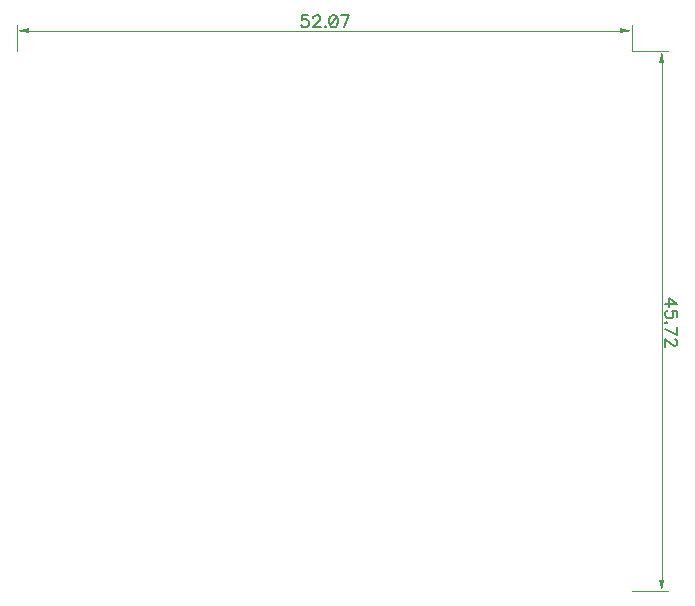
<source format=gbr>
G04 DipTrace 3.2.0.1*
G04 TopDimension.gbr*
%MOIN*%
G04 #@! TF.FileFunction,Drawing,Top*
G04 #@! TF.Part,Single*
%ADD13C,0.001378*%
%ADD101C,0.006176*%
%FSLAX26Y26*%
G04*
G70*
G90*
G75*
G01*
G04 TopDimension*
%LPD*%
X393701Y2193701D2*
D13*
Y2282045D1*
X2443701Y2193701D2*
Y2282045D1*
X1418701Y2262360D2*
X433071D1*
G36*
X393701D2*
X433071Y2270234D1*
Y2254486D1*
X393701Y2262360D1*
G37*
X1418701D2*
D13*
X2404331D1*
G36*
X2443701D2*
X2404331Y2254486D1*
Y2270234D1*
X2443701Y2262360D1*
G37*
Y2193701D2*
D13*
X2563407D1*
X2443701Y393701D2*
X2563407D1*
X2543722Y1293701D2*
Y2154331D1*
G36*
Y2193701D2*
X2551596Y2154331D1*
X2535848D1*
X2543722Y2193701D1*
G37*
Y1293701D2*
D13*
Y433071D1*
G36*
Y393701D2*
X2535848Y433071D1*
X2551596D1*
X2543722Y393701D1*
G37*
X1364521Y2314718D2*
D101*
X1345420D1*
X1343519Y2297518D1*
X1345420Y2299420D1*
X1351168Y2301365D1*
X1356872D1*
X1362620Y2299420D1*
X1366467Y2295617D1*
X1368368Y2289869D1*
Y2286066D1*
X1366467Y2280318D1*
X1362620Y2276472D1*
X1356872Y2274570D1*
X1351168D1*
X1345420Y2276472D1*
X1343519Y2278417D1*
X1341573Y2282220D1*
X1382665Y2305168D2*
Y2307069D1*
X1384566Y2310916D1*
X1386467Y2312817D1*
X1390314Y2314718D1*
X1397963D1*
X1401766Y2312817D1*
X1403667Y2310916D1*
X1405613Y2307069D1*
Y2303266D1*
X1403667Y2299420D1*
X1399865Y2293716D1*
X1380719Y2274570D1*
X1407514D1*
X1421767Y2278417D2*
X1419865Y2276472D1*
X1421767Y2274570D1*
X1423712Y2276472D1*
X1421767Y2278417D1*
X1447559Y2314718D2*
X1441811Y2312817D1*
X1437965Y2307069D1*
X1436063Y2297518D1*
Y2291770D1*
X1437965Y2282220D1*
X1441811Y2276472D1*
X1447559Y2274570D1*
X1451362D1*
X1457110Y2276472D1*
X1460913Y2282220D1*
X1462858Y2291770D1*
Y2297518D1*
X1460913Y2307069D1*
X1457110Y2312817D1*
X1451362Y2314718D1*
X1447559D1*
X1460913Y2307069D2*
X1437965Y2282220D1*
X1482859Y2274570D2*
X1502004Y2314718D1*
X1475209D1*
X2555933Y1352634D2*
X2596080D1*
X2569330Y1371779D1*
Y1343083D1*
X2596080Y1307784D2*
Y1326885D1*
X2578880Y1328786D1*
X2580782Y1326885D1*
X2582727Y1321137D1*
Y1315433D1*
X2580782Y1309685D1*
X2576979Y1305838D1*
X2571231Y1303937D1*
X2567429D1*
X2561681Y1305838D1*
X2557834Y1309685D1*
X2555933Y1315433D1*
Y1321137D1*
X2557834Y1326885D1*
X2559779Y1328786D1*
X2563582Y1330732D1*
X2559779Y1289684D2*
X2557834Y1291586D1*
X2555933Y1289684D1*
X2557834Y1287739D1*
X2559779Y1289684D1*
X2555933Y1267738D2*
X2596080Y1248593D1*
Y1275388D1*
X2586530Y1234296D2*
X2588431D1*
X2592278Y1232395D1*
X2594179Y1230493D1*
X2596080Y1226647D1*
Y1218997D1*
X2594179Y1215195D1*
X2592278Y1213294D1*
X2588431Y1211348D1*
X2584628D1*
X2580782Y1213294D1*
X2575078Y1217096D1*
X2555933Y1236241D1*
Y1209447D1*
M02*

</source>
